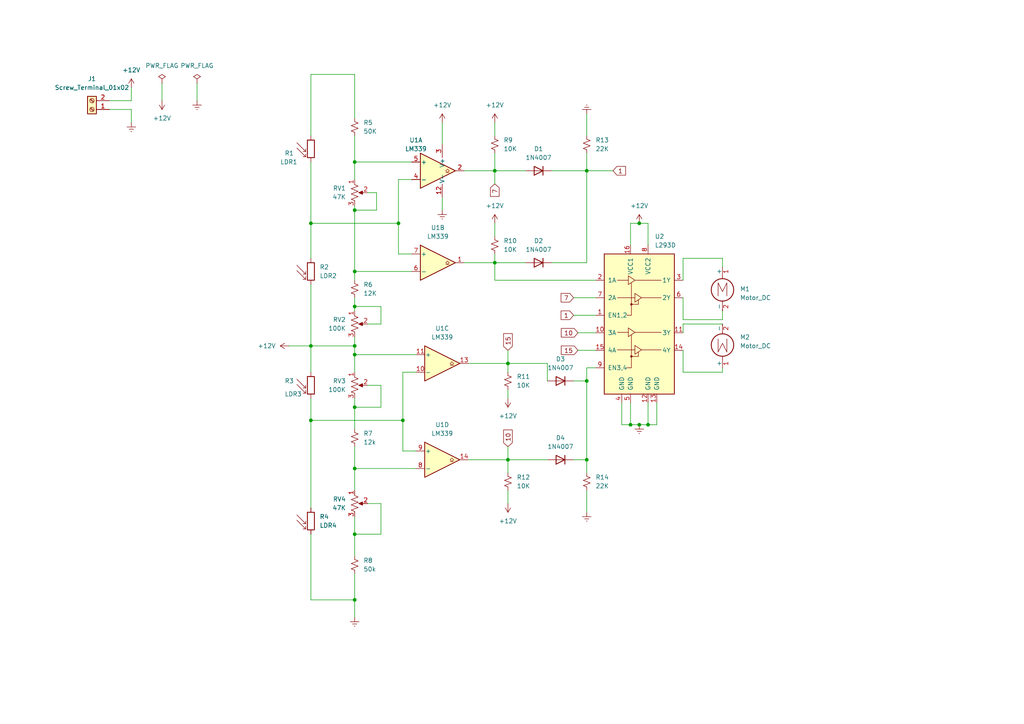
<source format=kicad_sch>
(kicad_sch (version 20230121) (generator eeschema)
  (paper "A4")
  (title_block (title "Solar Tracker Module ") (date "20.11.2023") (rev "1.0") (company "by Muxtar_Safarov"))
  (lib_symbols
    (symbol "Comparator:LM339" (pin_names (offset 0.127))
      (property "Reference" "U" (at 0 5.08 0))
      (property "Value" "LM339" (at 0 -5.08 0))
      (symbol "LM339_1_1"
        (polyline (pts (xy -5.08 5.08) (xy 5.08 0) (xy -5.08 -5.08) (xy -5.08 5.08)) (stroke (width 0.254)) (fill (type background)))
        (polyline (pts (xy 3.302 -0.508) (xy 2.794 -0.508) (xy 3.302 0) (xy 2.794 0.508) (xy 2.286 0) (xy 2.794 -0.508) (xy 2.286 -0.508)) (stroke (width 0.127)))
        (pin open_collector line (at 7.62 0 180) (length 2.54) (name "~") (number "2"))
        (pin input line (at -7.62 -2.54 0) (length 2.54) (name "-") (number "4"))
        (pin input line (at -7.62 2.54 0) (length 2.54) (name "+") (number "5"))
      )
      (symbol "LM339_2_1"
        (polyline (pts (xy -5.08 5.08) (xy 5.08 0) (xy -5.08 -5.08) (xy -5.08 5.08)) (stroke (width 0.254)) (fill (type background)))
        (polyline (pts (xy 3.302 -0.508) (xy 2.794 -0.508) (xy 3.302 0) (xy 2.794 0.508) (xy 2.286 0) (xy 2.794 -0.508) (xy 2.286 -0.508)) (stroke (width 0.127)))
        (pin open_collector line (at 7.62 0 180) (length 2.54) (name "~") (number "1"))
        (pin input line (at -7.62 -2.54 0) (length 2.54) (name "-") (number "6"))
        (pin input line (at -7.62 2.54 0) (length 2.54) (name "+") (number "7"))
      )
      (symbol "LM339_3_1"
        (polyline (pts (xy -5.08 5.08) (xy 5.08 0) (xy -5.08 -5.08) (xy -5.08 5.08)) (stroke (width 0.254)) (fill (type background)))
        (polyline (pts (xy 3.302 -0.508) (xy 2.794 -0.508) (xy 3.302 0) (xy 2.794 0.508) (xy 2.286 0) (xy 2.794 -0.508) (xy 2.286 -0.508)) (stroke (width 0.127)))
        (pin input line (at -7.62 -2.54 0) (length 2.54) (name "-") (number "10"))
        (pin input line (at -7.62 2.54 0) (length 2.54) (name "+") (number "11"))
        (pin open_collector line (at 7.62 0 180) (length 2.54) (name "~") (number "13"))
      )
      (symbol "LM339_4_1"
        (polyline (pts (xy -5.08 5.08) (xy 5.08 0) (xy -5.08 -5.08) (xy -5.08 5.08)) (stroke (width 0.254)) (fill (type background)))
        (polyline (pts (xy 3.302 -0.508) (xy 2.794 -0.508) (xy 3.302 0) (xy 2.794 0.508) (xy 2.286 0) (xy 2.794 -0.508) (xy 2.286 -0.508)) (stroke (width 0.127)))
        (pin open_collector line (at 7.62 0 180) (length 2.54) (name "~") (number "14"))
        (pin input line (at -7.62 -2.54 0) (length 2.54) (name "-") (number "8"))
        (pin input line (at -7.62 2.54 0) (length 2.54) (name "+") (number "9"))
      )
      (symbol "LM339_5_1"
        (pin power_in line (at -2.54 -7.62 90) (length 3.81) (name "V-") (number "12"))
        (pin power_in line (at -2.54 7.62 270) (length 3.81) (name "V+") (number "3"))
      )
    )
    (symbol "Connector:Screw_Terminal_01x02" (pin_names (offset 1.016) hide)
      (property "Reference" "J" (at 0 2.54 0))
      (property "Value" "Screw_Terminal_01x02" (at 0 -5.08 0))
      (symbol "Screw_Terminal_01x02_1_1"
        (rectangle (start -1.27 1.27) (end 1.27 -3.81) (stroke (width 0.254)) (fill (type background)))
        (circle (center 0 -2.54) (radius 0.635) (stroke (width 0.1524)))
        (polyline (pts (xy -0.5334 -2.2098) (xy 0.3302 -3.048)) (stroke (width 0.1524)))
        (polyline (pts (xy -0.5334 0.3302) (xy 0.3302 -0.508)) (stroke (width 0.1524)))
        (polyline (pts (xy -0.3556 -2.032) (xy 0.508 -2.8702)) (stroke (width 0.1524)))
        (polyline (pts (xy -0.3556 0.508) (xy 0.508 -0.3302)) (stroke (width 0.1524)))
        (circle (center 0 0) (radius 0.635) (stroke (width 0.1524)))
        (pin passive line (at -5.08 0 0) (length 3.81) (name "Pin_1") (number "1"))
        (pin passive line (at -5.08 -2.54 0) (length 3.81) (name "Pin_2") (number "2"))
      )
    )
    (symbol "Device:R_Potentiometer_US" (pin_names (offset 1.016) hide)
      (property "Reference" "RV" (at -4.445 0 90))
      (property "Value" "R_Potentiometer_US" (at -2.54 0 90))
      (symbol "R_Potentiometer_US_0_1"
        (polyline (pts (xy 0 -2.286) (xy 0 -2.54)))
        (polyline (pts (xy 0 2.54) (xy 0 2.286)))
        (polyline (pts (xy 2.54 0) (xy 1.524 0)))
        (polyline (pts (xy 1.143 0) (xy 2.286 0.508) (xy 2.286 -0.508) (xy 1.143 0)) (fill (type outline)))
        (polyline (pts (xy 0 -0.762) (xy 1.016 -1.143) (xy 0 -1.524) (xy -1.016 -1.905) (xy 0 -2.286)))
        (polyline (pts (xy 0 0.762) (xy 1.016 0.381) (xy 0 0) (xy -1.016 -0.381) (xy 0 -0.762)))
        (polyline (pts (xy 0 2.286) (xy 1.016 1.905) (xy 0 1.524) (xy -1.016 1.143) (xy 0 0.762)))
      )
      (symbol "R_Potentiometer_US_1_1"
        (pin passive line (at 0 3.81 270) (length 1.27) (name "1") (number "1"))
        (pin passive line (at 3.81 0 180) (length 1.27) (name "2") (number "2"))
        (pin passive line (at 0 -3.81 90) (length 1.27) (name "3") (number "3"))
      )
    )
    (symbol "Device:R_Small_US" (pin_numbers hide) (pin_names (offset 0.254) hide)
      (property "Reference" "R" (at 0.762 0.508 0))
      (property "Value" "R_Small_US" (at 0.762 -1.016 0))
      (symbol "R_Small_US_1_1"
        (polyline (pts (xy 0 0) (xy 1.016 -0.381) (xy 0 -0.762) (xy -1.016 -1.143) (xy 0 -1.524)))
        (polyline (pts (xy 0 1.524) (xy 1.016 1.143) (xy 0 0.762) (xy -1.016 0.381) (xy 0 0)))
        (pin passive line (at 0 2.54 270) (length 1.016) (name "~") (number "1"))
        (pin passive line (at 0 -2.54 90) (length 1.016) (name "~") (number "2"))
      )
    )
    (symbol "Diode:1N4007" (pin_numbers hide) (pin_names hide)
      (property "Reference" "D" (at 0 2.54 0))
      (property "Value" "1N4007" (at 0 -2.54 0))
      (symbol "1N4007_0_1"
        (polyline (pts (xy -1.27 1.27) (xy -1.27 -1.27)) (stroke (width 0.254)))
        (polyline (pts (xy 1.27 0) (xy -1.27 0)))
        (polyline (pts (xy 1.27 1.27) (xy 1.27 -1.27) (xy -1.27 0) (xy 1.27 1.27)) (stroke (width 0.254)))
      )
      (symbol "1N4007_1_1"
        (pin passive line (at -3.81 0 0) (length 2.54) (name "K") (number "1"))
        (pin passive line (at 3.81 0 180) (length 2.54) (name "A") (number "2"))
      )
    )
    (symbol "Driver_Motor:L293D" (pin_names (offset 1.016))
      (property "Reference" "U" (at -5.08 26.035 0))
      (property "Value" "L293D" (at -5.08 24.13 0))
      (symbol "L293D_0_1"
        (rectangle (start -10.16 22.86) (end 10.16 -17.78) (stroke (width 0.254)) (fill (type background)))
        (circle (center -2.286 -6.858) (radius 0.254) (fill (type outline)))
        (circle (center -2.286 8.255) (radius 0.254) (fill (type outline)))
        (polyline (pts (xy -6.35 -4.953) (xy -1.27 -4.953)))
        (polyline (pts (xy -6.35 0.127) (xy -3.175 0.127)))
        (polyline (pts (xy -6.35 10.16) (xy -1.27 10.16)))
        (polyline (pts (xy -6.35 15.24) (xy -3.175 15.24)))
        (polyline (pts (xy -1.27 0.127) (xy 6.35 0.127)))
        (polyline (pts (xy -1.27 15.24) (xy 6.35 15.24)))
        (polyline (pts (xy 0.635 -4.953) (xy 6.35 -4.953)))
        (polyline (pts (xy 0.635 10.16) (xy 6.35 10.16)))
        (polyline (pts (xy -2.286 -6.858) (xy -0.254 -6.858) (xy -0.254 -5.588)))
        (polyline (pts (xy -2.286 -0.635) (xy -2.286 -10.16) (xy -3.556 -10.16)))
        (polyline (pts (xy -2.286 8.255) (xy -0.254 8.255) (xy -0.254 9.525)))
        (polyline (pts (xy -2.286 14.478) (xy -2.286 5.08) (xy -3.556 5.08)))
        (polyline (pts (xy -3.175 1.397) (xy -3.175 -1.143) (xy -1.27 0.127) (xy -3.175 1.397)))
        (polyline (pts (xy -3.175 16.51) (xy -3.175 13.97) (xy -1.27 15.24) (xy -3.175 16.51)))
        (polyline (pts (xy -1.27 -3.683) (xy -1.27 -6.223) (xy 0.635 -4.953) (xy -1.27 -3.683)))
        (polyline (pts (xy -1.27 11.43) (xy -1.27 8.89) (xy 0.635 10.16) (xy -1.27 11.43)))
      )
      (symbol "L293D_1_1"
        (pin input line (at -12.7 5.08 0) (length 2.54) (name "EN1,2") (number "1"))
        (pin input line (at -12.7 0 0) (length 2.54) (name "3A") (number "10"))
        (pin output line (at 12.7 0 180) (length 2.54) (name "3Y") (number "11"))
        (pin power_in line (at 2.54 -20.32 90) (length 2.54) (name "GND") (number "12"))
        (pin power_in line (at 5.08 -20.32 90) (length 2.54) (name "GND") (number "13"))
        (pin output line (at 12.7 -5.08 180) (length 2.54) (name "4Y") (number "14"))
        (pin input line (at -12.7 -5.08 0) (length 2.54) (name "4A") (number "15"))
        (pin power_in line (at -2.54 25.4 270) (length 2.54) (name "VCC1") (number "16"))
        (pin input line (at -12.7 15.24 0) (length 2.54) (name "1A") (number "2"))
        (pin output line (at 12.7 15.24 180) (length 2.54) (name "1Y") (number "3"))
        (pin power_in line (at -5.08 -20.32 90) (length 2.54) (name "GND") (number "4"))
        (pin power_in line (at -2.54 -20.32 90) (length 2.54) (name "GND") (number "5"))
        (pin output line (at 12.7 10.16 180) (length 2.54) (name "2Y") (number "6"))
        (pin input line (at -12.7 10.16 0) (length 2.54) (name "2A") (number "7"))
        (pin power_in line (at 2.54 25.4 270) (length 2.54) (name "VCC2") (number "8"))
        (pin input line (at -12.7 -10.16 0) (length 2.54) (name "EN3,4") (number "9"))
      )
    )
    (symbol "Motor:Motor_DC" (pin_names (offset 0))
      (property "Reference" "M" (at 2.54 2.54 0))
      (property "Value" "Motor_DC" (at 2.54 -5.08 0))
      (symbol "Motor_DC_0_0"
        (polyline (pts (xy -1.27 -3.302) (xy -1.27 0.508) (xy 0 -2.032) (xy 1.27 0.508) (xy 1.27 -3.302)))
      )
      (symbol "Motor_DC_0_1"
        (circle (center 0 -1.524) (radius 3.2512) (stroke (width 0.254)))
        (polyline (pts (xy 0 -7.62) (xy 0 -7.112)))
        (polyline (pts (xy 0 -4.7752) (xy 0 -5.1816)))
        (polyline (pts (xy 0 1.7272) (xy 0 2.0828)))
        (polyline (pts (xy 0 2.032) (xy 0 2.54)))
      )
      (symbol "Motor_DC_1_1"
        (pin passive line (at 0 5.08 270) (length 2.54) (name "+") (number "1"))
        (pin passive line (at 0 -7.62 90) (length 2.54) (name "-") (number "2"))
      )
    )
    (symbol "Sensor_Optical:LDR03" (pin_numbers hide) (pin_names (offset 0))
      (property "Reference" "R" (at -5.08 0 90))
      (property "Value" "LDR03" (at 1.905 0 90))
      (symbol "LDR03_0_1"
        (rectangle (start -1.016 2.54) (end 1.016 -2.54) (stroke (width 0.254)))
        (polyline (pts (xy -1.524 -2.286) (xy -4.064 0.254)))
        (polyline (pts (xy -1.524 -2.286) (xy -2.286 -2.286)))
        (polyline (pts (xy -1.524 -2.286) (xy -1.524 -1.524)))
        (polyline (pts (xy -1.524 -0.762) (xy -4.064 1.778)))
        (polyline (pts (xy -1.524 -0.762) (xy -2.286 -0.762)))
        (polyline (pts (xy -1.524 -0.762) (xy -1.524 0)))
      )
      (symbol "LDR03_1_1"
        (pin passive line (at 0 3.81 270) (length 1.27) (name "~") (number "1"))
        (pin passive line (at 0 -3.81 90) (length 1.27) (name "~") (number "2"))
      )
    )
    (symbol "power:+12V" (power) (pin_names (offset 0))
      (property "Value" "+12V" (at 0 3.556 0))
      (symbol "+12V_0_1"
        (polyline (pts (xy -0.762 1.27) (xy 0 2.54)))
        (polyline (pts (xy 0 0) (xy 0 2.54)))
        (polyline (pts (xy 0 2.54) (xy 0.762 1.27)))
      )
      (symbol "+12V_1_1"
        (pin power_in line (at 0 0 90) (length 0) hide (name "+12V") (number "1"))
      )
    )
    (symbol "power:Earth" (power) (pin_names (offset 0))
      (symbol "Earth_0_1"
        (polyline (pts (xy -0.635 -1.905) (xy 0.635 -1.905)))
        (polyline (pts (xy -0.127 -2.54) (xy 0.127 -2.54)))
        (polyline (pts (xy 0 -1.27) (xy 0 0)))
        (polyline (pts (xy 1.27 -1.27) (xy -1.27 -1.27)))
      )
      (symbol "Earth_1_1"
        (pin power_in line (at 0 0 270) (length 0) hide (name "Earth") (number "1"))
      )
    )
    (symbol "power:PWR_FLAG" (power) (pin_numbers hide) (pin_names (offset 0) hide)
      (property "Value" "PWR_FLAG" (at 0 3.81 0))
      (symbol "PWR_FLAG_0_0"
        (pin power_out line (at 0 0 90) (length 0) (name "pwr") (number "1"))
      )
      (symbol "PWR_FLAG_0_1"
        (polyline (pts (xy 0 0) (xy 0 1.27) (xy -1.016 1.905) (xy 0 2.54) (xy 1.016 1.905) (xy 0 1.27)))
      )
    )
  )
  (junction (at 185.42 123.19))
  (junction (at 90.17 121.92))
  (junction (at 143.51 49.53))
  (junction (at 102.87 135.89))
  (junction (at 187.96 123.19))
  (junction (at 147.32 105.41))
  (junction (at 102.87 60.96))
  (junction (at 102.87 173.99))
  (junction (at 90.17 64.77))
  (junction (at 102.87 78.74))
  (junction (at 115.57 64.77))
  (junction (at 182.88 123.19))
  (junction (at 102.87 102.87))
  (junction (at 185.42 64.77))
  (junction (at 170.18 133.35))
  (junction (at 170.18 110.49))
  (junction (at 102.87 88.9))
  (junction (at 102.87 154.94))
  (junction (at 143.51 76.2))
  (junction (at 90.17 100.33))
  (junction (at 102.87 100.33))
  (junction (at 102.87 46.99))
  (junction (at 116.84 121.92))
  (junction (at 170.18 49.53))
  (junction (at 102.87 118.11))
  (junction (at 147.32 133.35))
  (wire (pts (xy 102.87 39.37) (xy 102.87 46.99)))
  (wire (pts (xy 170.18 44.45) (xy 170.18 49.53)))
  (wire (pts (xy 110.49 154.94) (xy 102.87 154.94)))
  (wire (pts (xy 110.49 88.9) (xy 102.87 88.9)))
  (wire (pts (xy 90.17 154.94) (xy 90.17 173.99)))
  (wire (pts (xy 147.32 142.24) (xy 147.32 146.05)))
  (wire (pts (xy 135.89 133.35) (xy 147.32 133.35)))
  (wire (pts (xy 170.18 49.53) (xy 177.8 49.53)))
  (wire (pts (xy 110.49 111.76) (xy 110.49 118.11)))
  (wire (pts (xy 102.87 129.54) (xy 102.87 135.89)))
  (wire (pts (xy 116.84 107.95) (xy 116.84 121.92)))
  (wire (pts (xy 190.5 116.84) (xy 190.5 123.19)))
  (wire (pts (xy 106.68 55.88) (xy 109.22 55.88)))
  (wire (pts (xy 143.51 44.45) (xy 143.51 49.53)))
  (wire (pts (xy 102.87 115.57) (xy 102.87 118.11)))
  (wire (pts (xy 90.17 74.93) (xy 90.17 64.77)))
  (wire (pts (xy 187.96 123.19) (xy 185.42 123.19)))
  (wire (pts (xy 134.62 76.2) (xy 143.51 76.2)))
  (wire (pts (xy 116.84 121.92) (xy 116.84 130.81)))
  (wire (pts (xy 166.37 110.49) (xy 170.18 110.49)))
  (wire (pts (xy 182.88 116.84) (xy 182.88 123.19)))
  (wire (pts (xy 147.32 129.54) (xy 147.32 133.35)))
  (wire (pts (xy 209.55 74.93) (xy 198.12 74.93)))
  (wire (pts (xy 143.51 64.77) (xy 143.51 68.58)))
  (wire (pts (xy 38.1 29.21) (xy 31.75 29.21)))
  (wire (pts (xy 134.62 49.53) (xy 143.51 49.53)))
  (wire (pts (xy 110.49 118.11) (xy 102.87 118.11)))
  (wire (pts (xy 102.87 86.36) (xy 102.87 88.9)))
  (wire (pts (xy 115.57 52.07) (xy 115.57 64.77)))
  (wire (pts (xy 90.17 100.33) (xy 90.17 107.95)))
  (wire (pts (xy 57.15 24.13) (xy 57.15 29.21)))
  (wire (pts (xy 187.96 116.84) (xy 187.96 123.19)))
  (wire (pts (xy 90.17 82.55) (xy 90.17 100.33)))
  (wire (pts (xy 166.37 133.35) (xy 170.18 133.35)))
  (wire (pts (xy 90.17 173.99) (xy 102.87 173.99)))
  (wire (pts (xy 102.87 21.59) (xy 102.87 34.29)))
  (wire (pts (xy 106.68 93.98) (xy 110.49 93.98)))
  (wire (pts (xy 158.75 133.35) (xy 147.32 133.35)))
  (wire (pts (xy 198.12 107.95) (xy 198.12 101.6)))
  (wire (pts (xy 90.17 64.77) (xy 115.57 64.77)))
  (wire (pts (xy 102.87 78.74) (xy 119.38 78.74)))
  (wire (pts (xy 166.37 91.44) (xy 172.72 91.44)))
  (wire (pts (xy 115.57 64.77) (xy 115.57 73.66)))
  (wire (pts (xy 102.87 59.69) (xy 102.87 60.96)))
  (wire (pts (xy 90.17 121.92) (xy 116.84 121.92)))
  (wire (pts (xy 170.18 133.35) (xy 170.18 137.16)))
  (wire (pts (xy 182.88 64.77) (xy 182.88 71.12)))
  (wire (pts (xy 102.87 166.37) (xy 102.87 173.99)))
  (wire (pts (xy 102.87 102.87) (xy 102.87 107.95)))
  (wire (pts (xy 102.87 46.99) (xy 102.87 52.07)))
  (wire (pts (xy 102.87 173.99) (xy 102.87 179.07)))
  (wire (pts (xy 167.64 101.6) (xy 172.72 101.6)))
  (wire (pts (xy 209.55 77.47) (xy 209.55 74.93)))
  (wire (pts (xy 116.84 130.81) (xy 120.65 130.81)))
  (wire (pts (xy 109.22 60.96) (xy 102.87 60.96)))
  (wire (pts (xy 38.1 25.4) (xy 38.1 29.21)))
  (wire (pts (xy 147.32 113.03) (xy 147.32 115.57)))
  (wire (pts (xy 102.87 118.11) (xy 102.87 124.46)))
  (wire (pts (xy 209.55 107.95) (xy 198.12 107.95)))
  (wire (pts (xy 135.89 105.41) (xy 147.32 105.41)))
  (wire (pts (xy 160.02 76.2) (xy 170.18 76.2)))
  (wire (pts (xy 198.12 93.98) (xy 209.55 93.98)))
  (wire (pts (xy 46.99 24.13) (xy 46.99 29.21)))
  (wire (pts (xy 110.49 93.98) (xy 110.49 88.9)))
  (wire (pts (xy 102.87 97.79) (xy 102.87 100.33)))
  (wire (pts (xy 102.87 100.33) (xy 102.87 102.87)))
  (wire (pts (xy 198.12 92.71) (xy 209.55 92.71)))
  (wire (pts (xy 143.51 81.28) (xy 172.72 81.28)))
  (wire (pts (xy 90.17 115.57) (xy 90.17 121.92)))
  (wire (pts (xy 170.18 76.2) (xy 170.18 49.53)))
  (wire (pts (xy 102.87 102.87) (xy 120.65 102.87)))
  (wire (pts (xy 128.27 35.56) (xy 128.27 41.91)))
  (wire (pts (xy 102.87 78.74) (xy 102.87 81.28)))
  (wire (pts (xy 115.57 73.66) (xy 119.38 73.66)))
  (wire (pts (xy 147.32 133.35) (xy 147.32 137.16)))
  (wire (pts (xy 143.51 35.56) (xy 143.51 39.37)))
  (wire (pts (xy 147.32 101.6) (xy 147.32 105.41)))
  (wire (pts (xy 190.5 123.19) (xy 187.96 123.19)))
  (wire (pts (xy 170.18 142.24) (xy 170.18 148.59)))
  (wire (pts (xy 180.34 123.19) (xy 182.88 123.19)))
  (wire (pts (xy 38.1 35.56) (xy 38.1 31.75)))
  (wire (pts (xy 180.34 116.84) (xy 180.34 123.19)))
  (wire (pts (xy 143.51 49.53) (xy 152.4 49.53)))
  (wire (pts (xy 198.12 74.93) (xy 198.12 81.28)))
  (wire (pts (xy 38.1 31.75) (xy 31.75 31.75)))
  (wire (pts (xy 198.12 96.52) (xy 198.12 93.98)))
  (wire (pts (xy 102.87 154.94) (xy 102.87 149.86)))
  (wire (pts (xy 170.18 110.49) (xy 170.18 133.35)))
  (wire (pts (xy 147.32 105.41) (xy 158.75 105.41)))
  (wire (pts (xy 128.27 57.15) (xy 128.27 60.96)))
  (wire (pts (xy 90.17 21.59) (xy 102.87 21.59)))
  (wire (pts (xy 143.51 81.28) (xy 143.51 76.2)))
  (wire (pts (xy 209.55 106.68) (xy 209.55 107.95)))
  (wire (pts (xy 83.82 100.33) (xy 90.17 100.33)))
  (wire (pts (xy 102.87 135.89) (xy 120.65 135.89)))
  (wire (pts (xy 185.42 64.77) (xy 182.88 64.77)))
  (wire (pts (xy 209.55 92.71) (xy 209.55 90.17)))
  (wire (pts (xy 172.72 106.68) (xy 170.18 106.68)))
  (wire (pts (xy 143.51 73.66) (xy 143.51 76.2)))
  (wire (pts (xy 109.22 55.88) (xy 109.22 60.96)))
  (wire (pts (xy 187.96 71.12) (xy 187.96 64.77)))
  (wire (pts (xy 170.18 49.53) (xy 160.02 49.53)))
  (wire (pts (xy 182.88 123.19) (xy 185.42 123.19)))
  (wire (pts (xy 90.17 46.99) (xy 90.17 64.77)))
  (wire (pts (xy 166.37 86.36) (xy 172.72 86.36)))
  (wire (pts (xy 102.87 46.99) (xy 119.38 46.99)))
  (wire (pts (xy 102.87 60.96) (xy 102.87 78.74)))
  (wire (pts (xy 90.17 39.37) (xy 90.17 21.59)))
  (wire (pts (xy 106.68 146.05) (xy 110.49 146.05)))
  (wire (pts (xy 90.17 100.33) (xy 102.87 100.33)))
  (wire (pts (xy 170.18 106.68) (xy 170.18 110.49)))
  (wire (pts (xy 120.65 107.95) (xy 116.84 107.95)))
  (wire (pts (xy 110.49 146.05) (xy 110.49 154.94)))
  (wire (pts (xy 90.17 121.92) (xy 90.17 147.32)))
  (wire (pts (xy 106.68 111.76) (xy 110.49 111.76)))
  (wire (pts (xy 102.87 161.29) (xy 102.87 154.94)))
  (wire (pts (xy 143.51 53.34) (xy 143.51 49.53)))
  (wire (pts (xy 198.12 86.36) (xy 198.12 92.71)))
  (wire (pts (xy 143.51 76.2) (xy 152.4 76.2)))
  (wire (pts (xy 158.75 110.49) (xy 158.75 105.41)))
  (wire (pts (xy 167.64 96.52) (xy 172.72 96.52)))
  (wire (pts (xy 170.18 33.02) (xy 170.18 39.37)))
  (wire (pts (xy 119.38 52.07) (xy 115.57 52.07)))
  (wire (pts (xy 102.87 135.89) (xy 102.87 142.24)))
  (wire (pts (xy 102.87 88.9) (xy 102.87 90.17)))
  (wire (pts (xy 187.96 64.77) (xy 185.42 64.77)))
  (wire (pts (xy 147.32 105.41) (xy 147.32 107.95)))
  (global_label "7" (shape input) (at 166.37 86.36 180) (property "Intersheetrefs" "${INTERSHEET_REFS}" (effects hide)))
  (global_label "1" (shape input) (at 166.37 91.44 180) (property "Intersheetrefs" "${INTERSHEET_REFS}" (effects hide)))
  (global_label "1" (shape input) (at 177.8 49.53 0) (property "Intersheetrefs" "${INTERSHEET_REFS}" (effects hide)))
  (global_label "15" (shape input) (at 167.64 101.6 180) (property "Intersheetrefs" "${INTERSHEET_REFS}" (effects hide)))
  (global_label "10" (shape input) (at 147.32 129.54 90) (property "Intersheetrefs" "${INTERSHEET_REFS}" (effects hide)))
  (global_label "7" (shape input) (at 143.51 53.34 270) (property "Intersheetrefs" "${INTERSHEET_REFS}" (effects hide)))
  (global_label "15" (shape input) (at 147.32 101.6 90) (property "Intersheetrefs" "${INTERSHEET_REFS}" (effects hide)))
  (global_label "10" (shape input) (at 167.64 96.52 180) (property "Intersheetrefs" "${INTERSHEET_REFS}" (effects hide)))
  (symbol (lib_id "Device:R_Small_US") (at 102.87 163.83 0) (unit 1)
    (property "Reference" "R8" (at 105.41 162.56 0) (effects (justify left)))
    (property "Value" "50k" (at 105.41 165.1 0) (effects (justify left)))
    (property "Footprint" "Resistor_THT:R_Axial_DIN0309_L9.0mm_D3.2mm_P12.70mm_Horizontal" (effects hide))
  )
  (symbol (lib_id "Device:R_Potentiometer_US") (at 102.87 146.05 0) (unit 1)
    (property "Reference" "RV4" (at 100.33 144.78 0) (effects (justify right)))
    (property "Value" "47K" (at 100.33 147.32 0) (effects (justify right)))
    (property "Footprint" "Potentiometer_THT:Potentiometer_Vishay_148-149_Single_Horizontal" (effects hide))
  )
  (symbol (lib_id "Device:R_Small_US") (at 143.51 41.91 180) (unit 1)
    (property "Reference" "R9" (at 146.05 40.64 0) (effects (justify right)))
    (property "Value" "10K" (at 146.05 43.18 0) (effects (justify right)))
    (property "Footprint" "Resistor_THT:R_Axial_DIN0309_L9.0mm_D3.2mm_P12.70mm_Horizontal" (effects hide))
  )
  (symbol (lib_id "Comparator:LM339") (at 127 76.2 0) (unit 2)
    (property "Reference" "U1" (at 127 66.04 0))
    (property "Value" "LM339" (at 127 68.58 0))
    (property "Footprint" "LM339ANE4:DIP794W45P254L1969H508Q14" (effects hide))
    (property "Datasheet" "https://www.st.com/resource/en/datasheet/lm139.pdf" (effects hide))
  )
  (symbol (lib_id "power:PWR_FLAG") (at 46.99 24.13 0) (unit 1)
    (property "Reference" "#FLG01" (effects hide))
    (property "Value" "PWR_FLAG" (at 46.99 19.05 0))
  )
  (symbol (lib_id "Device:R_Small_US") (at 170.18 41.91 180) (unit 1)
    (property "Reference" "R13" (at 172.72 40.64 0) (effects (justify right)))
    (property "Value" "22K" (at 172.72 43.18 0) (effects (justify right)))
    (property "Footprint" "Resistor_THT:R_Axial_DIN0309_L9.0mm_D3.2mm_P12.70mm_Horizontal" (effects hide))
  )
  (symbol (lib_id "power:Earth") (at 185.42 123.19 0) (unit 1)
    (property "Reference" "#PWR016" (effects hide))
    (property "Value" "Earth" (effects hide))
  )
  (symbol (lib_id "Diode:1N4007") (at 162.56 110.49 180) (unit 1)
    (property "Reference" "D3" (at 162.56 104.14 0))
    (property "Value" "1N4007" (at 162.56 106.68 0))
    (property "Footprint" "Diode_THT:D_DO-41_SOD81_P10.16mm_Horizontal" (effects hide))
    (property "Datasheet" "http://www.vishay.com/docs/88503/1n4001.pdf" (effects hide))
    (property "Sim.Device" "D" (effects hide))
    (property "Sim.Pins" "1=K 2=A" (effects hide))
  )
  (symbol (lib_id "power:Earth") (at 170.18 33.02 180) (unit 1)
    (property "Reference" "#PWR013" (effects hide))
    (property "Value" "Earth" (effects hide))
  )
  (symbol (lib_id "Diode:1N4007") (at 156.21 49.53 180) (unit 1)
    (property "Reference" "D1" (at 156.21 43.18 0))
    (property "Value" "1N4007" (at 156.21 45.72 0))
    (property "Footprint" "Diode_THT:D_DO-41_SOD81_P10.16mm_Horizontal" (effects hide))
    (property "Datasheet" "http://www.vishay.com/docs/88503/1n4001.pdf" (effects hide))
    (property "Sim.Device" "D" (effects hide))
    (property "Sim.Pins" "1=K 2=A" (effects hide))
  )
  (symbol (lib_id "Sensor_Optical:LDR03") (at 90.17 111.76 0) (unit 1)
    (property "Reference" "R3" (at 82.55 110.49 0) (effects (justify left)))
    (property "Value" "LDR3" (at 82.55 114.3 0) (effects (justify left)))
    (property "Footprint" "OptoDevice:R_LDR_10x8.5mm_P7.6mm_Vertical" (effects hide))
    (property "Datasheet" "http://www.elektronica-componenten.nl/WebRoot/StoreNL/Shops/61422969/54F1/BA0C/C664/31B9/2173/C0A8/2AB9/2AEF/LDR03IMP.pdf" (effects hide))
  )
  (symbol (lib_id "Device:R_Small_US") (at 170.18 139.7 0) (unit 1)
    (property "Reference" "R14" (at 172.72 138.43 0) (effects (justify left)))
    (property "Value" "22K" (at 172.72 140.97 0) (effects (justify left)))
    (property "Footprint" "Resistor_THT:R_Axial_DIN0309_L9.0mm_D3.2mm_P12.70mm_Horizontal" (effects hide))
  )
  (symbol (lib_id "power:+12V") (at 38.1 25.4 0) (unit 1)
    (property "Reference" "#PWR01" (effects hide))
    (property "Value" "+12V" (at 38.1 20.32 0))
  )
  (symbol (lib_id "Sensor_Optical:LDR03") (at 90.17 78.74 0) (unit 1)
    (property "Reference" "R2" (at 92.71 77.47 0) (effects (justify left)))
    (property "Value" "LDR2" (at 92.71 80.01 0) (effects (justify left)))
    (property "Footprint" "OptoDevice:R_LDR_10x8.5mm_P7.6mm_Vertical" (effects hide))
    (property "Datasheet" "http://www.elektronica-componenten.nl/WebRoot/StoreNL/Shops/61422969/54F1/BA0C/C664/31B9/2173/C0A8/2AB9/2AEF/LDR03IMP.pdf" (effects hide))
  )
  (symbol (lib_id "power:+12V") (at 185.42 64.77 0) (unit 1)
    (property "Reference" "#PWR015" (effects hide))
    (property "Value" "+12V" (at 185.42 59.69 0))
  )
  (symbol (lib_id "Sensor_Optical:LDR03") (at 90.17 43.18 0) (unit 1)
    (property "Reference" "R1" (at 82.55 44.45 0) (effects (justify left)))
    (property "Value" "LDR1" (at 81.28 46.99 0) (effects (justify left)))
    (property "Footprint" "OptoDevice:R_LDR_10x8.5mm_P7.6mm_Vertical" (effects hide))
    (property "Datasheet" "http://www.elektronica-componenten.nl/WebRoot/StoreNL/Shops/61422969/54F1/BA0C/C664/31B9/2173/C0A8/2AB9/2AEF/LDR03IMP.pdf" (effects hide))
  )
  (symbol (lib_id "power:+12V") (at 128.27 35.56 0) (unit 1)
    (property "Reference" "#PWR07" (effects hide))
    (property "Value" "+12V" (at 128.27 30.48 0))
  )
  (symbol (lib_id "Device:R_Potentiometer_US") (at 102.87 111.76 0) (unit 1)
    (property "Reference" "RV3" (at 100.33 110.49 0) (effects (justify right)))
    (property "Value" "100K" (at 100.33 113.03 0) (effects (justify right)))
    (property "Footprint" "Potentiometer_THT:Potentiometer_Vishay_148-149_Single_Horizontal" (effects hide))
  )
  (symbol (lib_id "Device:R_Small_US") (at 147.32 139.7 180) (unit 1)
    (property "Reference" "R12" (at 149.86 138.43 0) (effects (justify right)))
    (property "Value" "10K" (at 149.86 140.97 0) (effects (justify right)))
    (property "Footprint" "Resistor_THT:R_Axial_DIN0309_L9.0mm_D3.2mm_P12.70mm_Horizontal" (effects hide))
  )
  (symbol (lib_id "power:+12V") (at 147.32 146.05 180) (unit 1)
    (property "Reference" "#PWR012" (effects hide))
    (property "Value" "+12V" (at 147.32 151.13 0))
  )
  (symbol (lib_id "Comparator:LM339") (at 128.27 105.41 0) (unit 3)
    (property "Reference" "U1" (at 128.27 95.25 0))
    (property "Value" "LM339" (at 128.27 97.79 0))
    (property "Footprint" "LM339ANE4:DIP794W45P254L1969H508Q14" (effects hide))
    (property "Datasheet" "https://www.st.com/resource/en/datasheet/lm139.pdf" (effects hide))
  )
  (symbol (lib_id "Comparator:LM339") (at 128.27 133.35 0) (unit 4)
    (property "Reference" "U1" (at 128.27 123.19 0))
    (property "Value" "LM339" (at 128.27 125.73 0))
    (property "Footprint" "LM339ANE4:DIP794W45P254L1969H508Q14" (effects hide))
    (property "Datasheet" "https://www.st.com/resource/en/datasheet/lm139.pdf" (effects hide))
  )
  (symbol (lib_id "Comparator:LM339") (at 130.81 49.53 0) (unit 5)
    (property "Reference" "U1" (effects hide))
    (property "Value" "LM339" (effects hide))
    (property "Footprint" "LM339ANE4:DIP794W45P254L1969H508Q14" (effects hide))
    (property "Datasheet" "https://www.st.com/resource/en/datasheet/lm139.pdf" (effects hide))
  )
  (symbol (lib_id "Comparator:LM339") (at 127 49.53 0) (unit 1)
    (property "Reference" "U1" (at 120.65 40.64 0))
    (property "Value" "LM339" (at 120.65 43.18 0))
    (property "Footprint" "LM339ANE4:DIP794W45P254L1969H508Q14" (effects hide))
    (property "Datasheet" "https://www.st.com/resource/en/datasheet/lm139.pdf" (effects hide))
  )
  (symbol (lib_id "power:+12V") (at 83.82 100.33 90) (unit 1)
    (property "Reference" "#PWR05" (effects hide))
    (property "Value" "+12V" (at 80.01 100.33 90) (effects (justify left)))
  )
  (symbol (lib_id "Device:R_Small_US") (at 102.87 83.82 0) (unit 1)
    (property "Reference" "R6" (at 105.41 82.55 0) (effects (justify left)))
    (property "Value" "12K" (at 105.41 85.09 0) (effects (justify left)))
    (property "Footprint" "Resistor_THT:R_Axial_DIN0309_L9.0mm_D3.2mm_P12.70mm_Horizontal" (effects hide))
  )
  (symbol (lib_id "Driver_Motor:L293D") (at 185.42 96.52 0) (unit 1)
    (property "Reference" "U2" (at 189.9159 68.58 0) (effects (justify left)))
    (property "Value" "L293D" (at 189.9159 71.12 0) (effects (justify left)))
    (property "Footprint" "Package_DIP:DIP-16_W7.62mm" (effects hide))
    (property "Datasheet" "http://www.ti.com/lit/ds/symlink/l293.pdf" (effects hide))
  )
  (symbol (lib_id "power:+12V") (at 46.99 29.21 180) (unit 1)
    (property "Reference" "#PWR03" (effects hide))
    (property "Value" "+12V" (at 46.99 34.29 0))
  )
  (symbol (lib_id "Motor:Motor_DC") (at 209.55 82.55 0) (unit 1)
    (property "Reference" "M1" (at 214.63 83.82 0) (effects (justify left)))
    (property "Value" "Motor_DC" (at 214.63 86.36 0) (effects (justify left)))
    (property "Footprint" "TerminalBlock:TerminalBlock_bornier-2_P5.08mm" (effects hide))
  )
  (symbol (lib_id "Connector:Screw_Terminal_01x02") (at 26.67 31.75 180) (unit 1)
    (property "Reference" "J1" (at 26.67 22.86 0))
    (property "Value" "Screw_Terminal_01x02" (at 26.67 25.4 0))
    (property "Footprint" "TerminalBlock:TerminalBlock_bornier-2_P5.08mm" (effects hide))
  )
  (symbol (lib_id "power:PWR_FLAG") (at 57.15 24.13 0) (unit 1)
    (property "Reference" "#FLG02" (effects hide))
    (property "Value" "PWR_FLAG" (at 57.15 19.05 0))
  )
  (symbol (lib_id "Device:R_Small_US") (at 143.51 71.12 180) (unit 1)
    (property "Reference" "R10" (at 146.05 69.85 0) (effects (justify right)))
    (property "Value" "10K" (at 146.05 72.39 0) (effects (justify right)))
    (property "Footprint" "Resistor_THT:R_Axial_DIN0309_L9.0mm_D3.2mm_P12.70mm_Horizontal" (effects hide))
  )
  (symbol (lib_id "power:Earth") (at 170.18 148.59 0) (unit 1)
    (property "Reference" "#PWR014" (effects hide))
    (property "Value" "Earth" (effects hide))
  )
  (symbol (lib_id "power:Earth") (at 102.87 179.07 0) (unit 1)
    (property "Reference" "#PWR06" (effects hide))
    (property "Value" "Earth" (effects hide))
  )
  (symbol (lib_id "Device:R_Small_US") (at 102.87 36.83 0) (unit 1)
    (property "Reference" "R5" (at 105.41 35.56 0) (effects (justify left)))
    (property "Value" "50K" (at 105.41 38.1 0) (effects (justify left)))
    (property "Footprint" "Resistor_THT:R_Axial_DIN0309_L9.0mm_D3.2mm_P12.70mm_Horizontal" (effects hide))
  )
  (symbol (lib_id "Device:R_Potentiometer_US") (at 102.87 93.98 0) (unit 1)
    (property "Reference" "RV2" (at 100.33 92.71 0) (effects (justify right)))
    (property "Value" "100K" (at 100.33 95.25 0) (effects (justify right)))
    (property "Footprint" "Potentiometer_THT:Potentiometer_Vishay_148-149_Single_Horizontal" (effects hide))
  )
  (symbol (lib_id "power:Earth") (at 57.15 29.21 0) (unit 1)
    (property "Reference" "#PWR04" (effects hide))
    (property "Value" "Earth" (effects hide))
  )
  (symbol (lib_id "Device:R_Small_US") (at 147.32 110.49 180) (unit 1)
    (property "Reference" "R11" (at 149.86 109.22 0) (effects (justify right)))
    (property "Value" "10K" (at 149.86 111.76 0) (effects (justify right)))
    (property "Footprint" "Resistor_THT:R_Axial_DIN0309_L9.0mm_D3.2mm_P12.70mm_Horizontal" (effects hide))
  )
  (symbol (lib_id "Device:R_Potentiometer_US") (at 102.87 55.88 0) (unit 1)
    (property "Reference" "RV1" (at 100.33 54.61 0) (effects (justify right)))
    (property "Value" "47K" (at 100.33 57.15 0) (effects (justify right)))
    (property "Footprint" "Potentiometer_THT:Potentiometer_Vishay_148-149_Single_Horizontal" (effects hide))
  )
  (symbol (lib_id "Motor:Motor_DC") (at 209.55 101.6 180) (unit 1)
    (property "Reference" "M2" (at 214.63 97.79 0) (effects (justify right)))
    (property "Value" "Motor_DC" (at 214.63 100.33 0) (effects (justify right)))
    (property "Footprint" "TerminalBlock:TerminalBlock_bornier-2_P5.08mm" (effects hide))
  )
  (symbol (lib_id "power:Earth") (at 38.1 35.56 0) (unit 1)
    (property "Reference" "#PWR02" (effects hide))
    (property "Value" "Earth" (effects hide))
  )
  (symbol (lib_id "Sensor_Optical:LDR03") (at 90.17 151.13 0) (unit 1)
    (property "Reference" "R4" (at 92.71 149.86 0) (effects (justify left)))
    (property "Value" "LDR4" (at 92.71 152.4 0) (effects (justify left)))
    (property "Footprint" "OptoDevice:R_LDR_10x8.5mm_P7.6mm_Vertical" (effects hide))
    (property "Datasheet" "http://www.elektronica-componenten.nl/WebRoot/StoreNL/Shops/61422969/54F1/BA0C/C664/31B9/2173/C0A8/2AB9/2AEF/LDR03IMP.pdf" (effects hide))
  )
  (symbol (lib_id "power:Earth") (at 128.27 60.96 0) (unit 1)
    (property "Reference" "#PWR08" (effects hide))
    (property "Value" "Earth" (effects hide))
  )
  (symbol (lib_id "power:+12V") (at 143.51 64.77 0) (unit 1)
    (property "Reference" "#PWR010" (effects hide))
    (property "Value" "+12V" (at 143.51 59.69 0))
  )
  (symbol (lib_id "Diode:1N4007") (at 162.56 133.35 180) (unit 1)
    (property "Reference" "D4" (at 162.56 127 0))
    (property "Value" "1N4007" (at 162.56 129.54 0))
    (property "Footprint" "Diode_THT:D_DO-41_SOD81_P10.16mm_Horizontal" (effects hide))
    (property "Datasheet" "http://www.vishay.com/docs/88503/1n4001.pdf" (effects hide))
    (property "Sim.Device" "D" (effects hide))
    (property "Sim.Pins" "1=K 2=A" (effects hide))
  )
  (symbol (lib_id "power:+12V") (at 143.51 35.56 0) (unit 1)
    (property "Reference" "#PWR09" (effects hide))
    (property "Value" "+12V" (at 143.51 30.48 0))
  )
  (symbol (lib_id "Device:R_Small_US") (at 102.87 127 0) (unit 1)
    (property "Reference" "R7" (at 105.41 125.73 0) (effects (justify left)))
    (property "Value" "12k" (at 105.41 128.27 0) (effects (justify left)))
    (property "Footprint" "Resistor_THT:R_Axial_DIN0309_L9.0mm_D3.2mm_P12.70mm_Horizontal" (effects hide))
  )
  (symbol (lib_id "Diode:1N4007") (at 156.21 76.2 180) (unit 1)
    (property "Reference" "D2" (at 156.21 69.85 0))
    (property "Value" "1N4007" (at 156.21 72.39 0))
    (property "Footprint" "Diode_THT:D_DO-41_SOD81_P10.16mm_Horizontal" (effects hide))
    (property "Datasheet" "http://www.vishay.com/docs/88503/1n4001.pdf" (effects hide))
    (property "Sim.Device" "D" (effects hide))
    (property "Sim.Pins" "1=K 2=A" (effects hide))
  )
  (symbol (lib_id "power:+12V") (at 147.32 115.57 180) (unit 1)
    (property "Reference" "#PWR011" (effects hide))
    (property "Value" "+12V" (at 147.32 120.65 0))
  )
)
</source>
